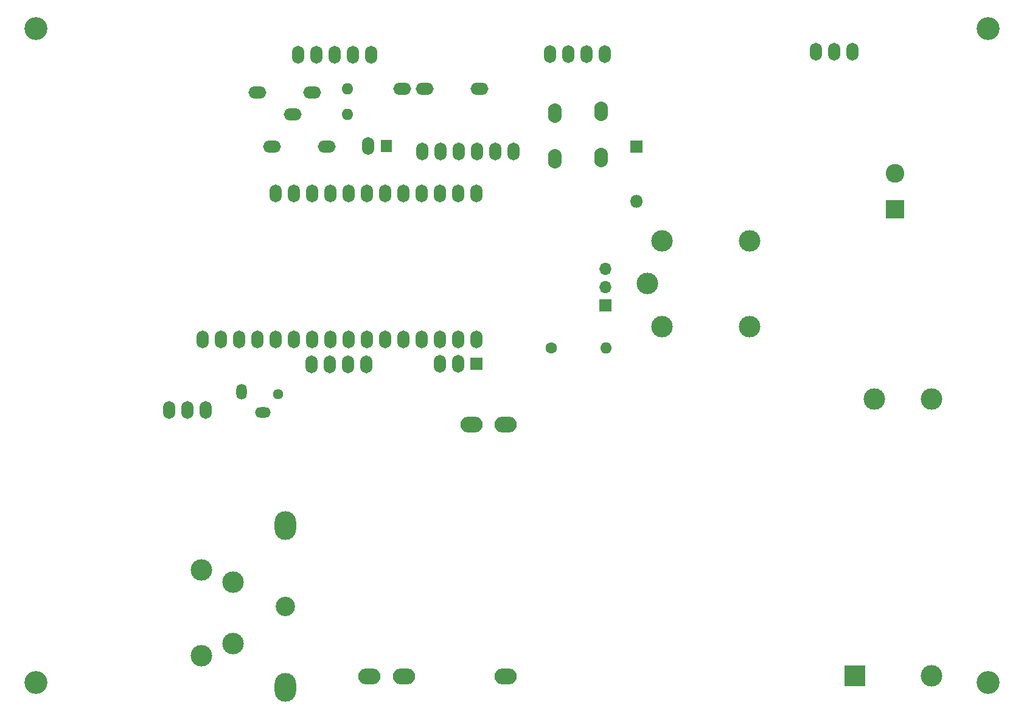
<source format=gbr>
%TF.GenerationSoftware,KiCad,Pcbnew,(7.0.0-0)*%
%TF.CreationDate,2024-05-26T10:43:25+02:00*%
%TF.ProjectId,SwitchFoil,53776974-6368-4466-9f69-6c2e6b696361,rev?*%
%TF.SameCoordinates,Original*%
%TF.FileFunction,Soldermask,Top*%
%TF.FilePolarity,Negative*%
%FSLAX46Y46*%
G04 Gerber Fmt 4.6, Leading zero omitted, Abs format (unit mm)*
G04 Created by KiCad (PCBNEW (7.0.0-0)) date 2024-05-26 10:43:25*
%MOMM*%
%LPD*%
G01*
G04 APERTURE LIST*
%ADD10O,2.500000X1.700000*%
%ADD11O,1.600000X1.600000*%
%ADD12O,1.904000X2.704000*%
%ADD13O,1.700000X2.500000*%
%ADD14C,1.600000*%
%ADD15C,3.000000*%
%ADD16C,3.200000*%
%ADD17R,3.000000X3.000000*%
%ADD18O,3.100000X2.200000*%
%ADD19R,1.600000X1.700000*%
%ADD20R,2.600000X2.600000*%
%ADD21C,2.600000*%
%ADD22R,1.800000X1.800000*%
%ADD23O,1.800000X1.800000*%
%ADD24R,1.700000X1.700000*%
%ADD25O,1.700000X1.700000*%
%ADD26C,2.700000*%
%ADD27O,3.000000X4.000000*%
%ADD28O,1.440000X2.200000*%
%ADD29O,2.200000X1.440000*%
%ADD30C,1.440000*%
G04 APERTURE END LIST*
D10*
%TO.C,R10*%
X119340688Y-68002002D03*
D11*
X126960688Y-68002002D03*
%TD*%
D12*
%TO.C,SW2*%
X155799999Y-74222123D03*
X155799999Y-67822123D03*
%TD*%
D13*
%TO.C,U1*%
X144883414Y-79021719D03*
X142343414Y-79021719D03*
X139803414Y-79021719D03*
X137263414Y-79021719D03*
X134723414Y-79021719D03*
X132183414Y-79021719D03*
X129643414Y-79021719D03*
X127103414Y-79021719D03*
X124563414Y-79021719D03*
X122023414Y-79021719D03*
X119483414Y-79021719D03*
X116943414Y-79021719D03*
X144883414Y-99341719D03*
X142343414Y-99341719D03*
X139803414Y-99341719D03*
X137263414Y-99341719D03*
X134723414Y-99341719D03*
X132183414Y-99341719D03*
X129643414Y-99341719D03*
X127103414Y-99341719D03*
X124563414Y-99341719D03*
X122023414Y-99341719D03*
X119483414Y-99341719D03*
X116943414Y-99341719D03*
X114403414Y-99341719D03*
X111863414Y-99341719D03*
X109323414Y-99341719D03*
X106783414Y-99341719D03*
%TD*%
D14*
%TO.C,R13*%
X155290000Y-100500000D03*
D11*
X162909999Y-100499999D03*
%TD*%
D15*
%TO.C,J5*%
X106600000Y-131400000D03*
X106600000Y-143400000D03*
X111000000Y-133150000D03*
X111000000Y-141650000D03*
%TD*%
D13*
%TO.C,JP1*%
X107199999Y-109199999D03*
X104659999Y-109199999D03*
X102119999Y-109199999D03*
%TD*%
D16*
%TO.C,H2*%
X216110599Y-56092000D03*
%TD*%
D13*
%TO.C,J9*%
X129614874Y-102799999D03*
X127074874Y-102799999D03*
X124534874Y-102799999D03*
X121994874Y-102799999D03*
%TD*%
%TO.C,J1*%
X150099999Y-73199999D03*
X147559999Y-73199999D03*
X145019999Y-73199999D03*
X142479999Y-73199999D03*
X139939999Y-73199999D03*
X137399999Y-73199999D03*
%TD*%
D12*
%TO.C,SW1*%
X162299999Y-73999999D03*
X162299999Y-67599999D03*
%TD*%
D17*
%TO.C,PS2*%
X197529999Y-146157499D03*
D15*
X208280000Y-146157500D03*
X208280000Y-107657500D03*
X200280000Y-107657500D03*
%TD*%
D16*
%TO.C,H4*%
X83608000Y-147090624D03*
%TD*%
D18*
%TO.C,T1*%
X148999999Y-146231247D03*
X129999999Y-146231247D03*
X134799999Y-146231247D03*
X148999999Y-111231247D03*
X144199999Y-111231247D03*
%TD*%
D19*
%TO.C,D1*%
X132339999Y-72399999D03*
D13*
X129799999Y-72399999D03*
%TD*%
D15*
%TO.C,K1*%
X168700000Y-91600000D03*
X182900000Y-85600000D03*
X182900000Y-97600000D03*
X170700000Y-97600000D03*
X170700000Y-85600000D03*
%TD*%
D20*
%TO.C,J7*%
X203199999Y-81199999D03*
D21*
X203200000Y-76200000D03*
%TD*%
D10*
%TO.C,R8*%
X134619999Y-64499999D03*
D11*
X126999999Y-64499999D03*
%TD*%
D10*
%TO.C,R7*%
X145309999Y-64499999D03*
X137689999Y-64499999D03*
%TD*%
%TO.C,R9*%
X114399999Y-64999999D03*
X122019999Y-64999999D03*
%TD*%
D22*
%TO.C,D5*%
X167199999Y-72499999D03*
D23*
X167199999Y-80119999D03*
%TD*%
D16*
%TO.C,H3*%
X83608000Y-56092000D03*
%TD*%
D24*
%TO.C,Q2*%
X162899999Y-94579999D03*
D25*
X162899999Y-92039999D03*
X162899999Y-89499999D03*
%TD*%
D26*
%TO.C,F1*%
X118300000Y-136550000D03*
D27*
X118299999Y-147799999D03*
X118299999Y-125299999D03*
%TD*%
D24*
%TO.C,J10*%
X144899999Y-102699999D03*
D13*
X142359999Y-102699999D03*
X139819999Y-102699999D03*
%TD*%
D28*
%TO.C,RV1*%
X112249999Y-106599999D03*
D29*
X115189999Y-109539999D03*
D30*
X117330000Y-107000000D03*
%TD*%
D10*
%TO.C,R1*%
X116499999Y-72499999D03*
X124119999Y-72499999D03*
%TD*%
D16*
%TO.C,H1*%
X216110599Y-147090624D03*
%TD*%
D13*
%TO.C,J4*%
X155189999Y-59683902D03*
X157729999Y-59683902D03*
X160269999Y-59683902D03*
X162809999Y-59683902D03*
%TD*%
%TO.C,J8*%
X130223175Y-59693132D03*
X127683175Y-59693132D03*
X125143175Y-59693132D03*
X122603175Y-59693132D03*
X120063175Y-59693132D03*
%TD*%
%TO.C,J3*%
X192194654Y-59315229D03*
X194734654Y-59315229D03*
X197274654Y-59315229D03*
%TD*%
M02*

</source>
